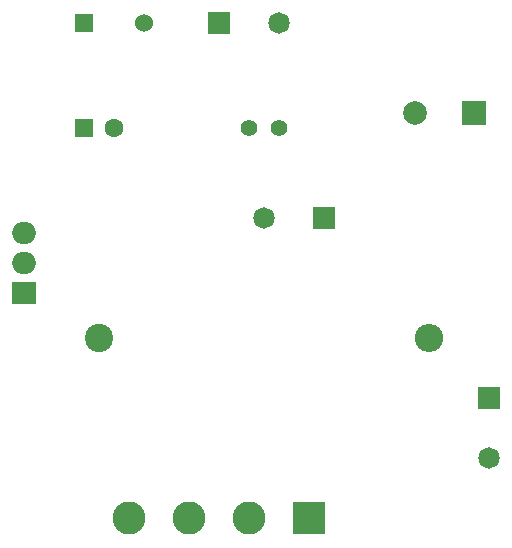
<source format=gbr>
%TF.GenerationSoftware,KiCad,Pcbnew,5.1.5-1.fc31*%
%TF.CreationDate,2020-03-22T17:11:10+01:00*%
%TF.ProjectId,zasilacz,7a617369-6c61-4637-9a2e-6b696361645f,1.0*%
%TF.SameCoordinates,Original*%
%TF.FileFunction,Copper,L1,Top*%
%TF.FilePolarity,Positive*%
%FSLAX46Y46*%
G04 Gerber Fmt 4.6, Leading zero omitted, Abs format (unit mm)*
G04 Created by KiCad (PCBNEW 5.1.5-1.fc31) date 2020-03-22 17:11:10*
%MOMM*%
%LPD*%
G04 APERTURE LIST*
%TA.AperFunction,ComponentPad*%
%ADD10R,2.000000X2.000000*%
%TD*%
%TA.AperFunction,ComponentPad*%
%ADD11C,2.000000*%
%TD*%
%TA.AperFunction,ComponentPad*%
%ADD12R,1.600000X1.600000*%
%TD*%
%TA.AperFunction,ComponentPad*%
%ADD13C,1.600000*%
%TD*%
%TA.AperFunction,ComponentPad*%
%ADD14C,1.400000*%
%TD*%
%TA.AperFunction,ComponentPad*%
%ADD15C,2.800000*%
%TD*%
%TA.AperFunction,ComponentPad*%
%ADD16R,2.800000X2.800000*%
%TD*%
%TA.AperFunction,ComponentPad*%
%ADD17R,1.524000X1.524000*%
%TD*%
%TA.AperFunction,ComponentPad*%
%ADD18C,1.524000*%
%TD*%
%TA.AperFunction,ComponentPad*%
%ADD19C,1.824000*%
%TD*%
%TA.AperFunction,ComponentPad*%
%ADD20R,1.824000X1.824000*%
%TD*%
%TA.AperFunction,ComponentPad*%
%ADD21C,2.400000*%
%TD*%
%TA.AperFunction,ComponentPad*%
%ADD22O,2.400000X2.400000*%
%TD*%
%TA.AperFunction,ComponentPad*%
%ADD23R,2.000000X1.905000*%
%TD*%
%TA.AperFunction,ComponentPad*%
%ADD24O,2.000000X1.905000*%
%TD*%
G04 APERTURE END LIST*
D10*
%TO.P,C1,1*%
%TO.N,Net-(C1-Pad1)*%
X151130000Y-74930000D03*
D11*
%TO.P,C1,2*%
%TO.N,GND*%
X146130000Y-74930000D03*
%TD*%
D12*
%TO.P,C2,1*%
%TO.N,Net-(C2-Pad1)*%
X118110000Y-76200000D03*
D13*
%TO.P,C2,2*%
%TO.N,GND*%
X120610000Y-76200000D03*
%TD*%
D14*
%TO.P,C3,1*%
%TO.N,Net-(C2-Pad1)*%
X132080000Y-76200000D03*
%TO.P,C3,2*%
%TO.N,GND*%
X134580000Y-76200000D03*
%TD*%
D15*
%TO.P,D1,4*%
%TO.N,GND*%
X121920000Y-109220000D03*
%TO.P,D1,3*%
%TO.N,Net-(D1-Pad3)*%
X127000000Y-109220000D03*
%TO.P,D1,2*%
%TO.N,Net-(D1-Pad2)*%
X132080000Y-109220000D03*
D16*
%TO.P,D1,1*%
%TO.N,Net-(C1-Pad1)*%
X137160000Y-109220000D03*
%TD*%
D17*
%TO.P,D2,1*%
%TO.N,Net-(C2-Pad1)*%
X118110000Y-67310000D03*
D18*
%TO.P,D2,2*%
%TO.N,GND*%
X123190000Y-67310000D03*
%TD*%
D19*
%TO.P,J1,2*%
%TO.N,Net-(D1-Pad2)*%
X152400000Y-104140000D03*
D20*
%TO.P,J1,1*%
%TO.N,Net-(D1-Pad3)*%
X152400000Y-99060000D03*
%TD*%
%TO.P,J2,1*%
%TO.N,Net-(C2-Pad1)*%
X129540000Y-67310000D03*
D19*
%TO.P,J2,2*%
%TO.N,GND*%
X134620000Y-67310000D03*
%TD*%
D20*
%TO.P,J3,1*%
%TO.N,Net-(C1-Pad1)*%
X138430000Y-83820000D03*
D19*
%TO.P,J3,2*%
%TO.N,Net-(J3-Pad2)*%
X133350000Y-83820000D03*
%TD*%
D21*
%TO.P,R1,1*%
%TO.N,Net-(J3-Pad2)*%
X119380000Y-93980000D03*
D22*
%TO.P,R1,2*%
%TO.N,Net-(C1-Pad1)*%
X147320000Y-93980000D03*
%TD*%
D23*
%TO.P,U1,1*%
%TO.N,Net-(J3-Pad2)*%
X113030000Y-90170000D03*
D24*
%TO.P,U1,2*%
%TO.N,GND*%
X113030000Y-87630000D03*
%TO.P,U1,3*%
%TO.N,Net-(C2-Pad1)*%
X113030000Y-85090000D03*
%TD*%
M02*

</source>
